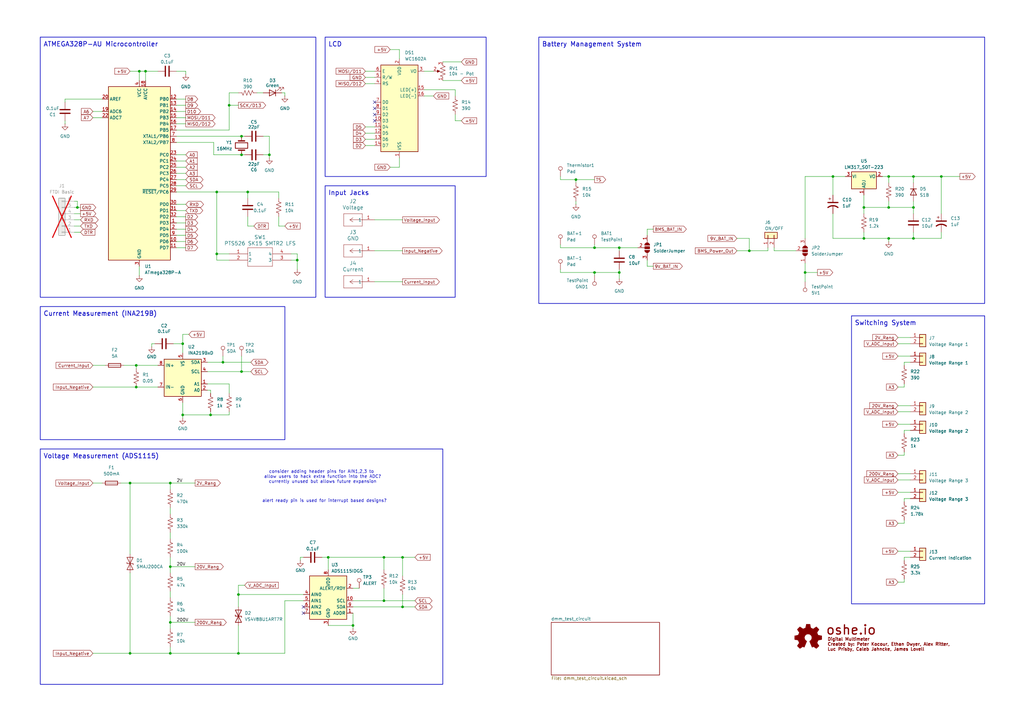
<source format=kicad_sch>
(kicad_sch (version 20250114) (generator "eeschema") (generator_version "9.0")
  (paper "A3")
  (title_block (title "Digital Multimeter") (date "2025-02-07") (rev "V1"))
  (rectangle (start 133.35 76.2) (end 186.69 121.92) (stroke (width 0.254)))
  (rectangle (start 349.25 129.54) (end 403.86 247.65) (stroke (width 0.254)))
  (rectangle (start 16.51 184.15) (end 181.61 280.67) (stroke (width 0.254)))
  (rectangle (start 220.98 15.24) (end 403.86 124.46) (stroke (width 0.254)))
  (rectangle (start 16.51 125.73) (end 116.84 180.34) (stroke (width 0.254)))
  (rectangle (start 133.35 15.24) (end 199.39 72.39) (stroke (width 0.254)))
  (rectangle (start 16.51 15.24) (end 129.54 121.92) (stroke (width 0.254)))
  (text "Digital Multimeter\nCreated by: Peter Kocour, Ethan Dwyer, Alex Ritter, \nLuc Prisby, Caleb Jahncke, James Lovell" (at 339.344 264.414 0) (effects (font (size 1.27 1.27) (bold yes)) (justify left)))
  (text "consider adding header pins for AIN1,2,3 to \nallow users to hack extra function into the ADC?\ncurrently unused but allows future expansion\n" (at 132.334 195.58 0) (effects (font (size 1.27 1.27))))
  (text "oshe.io" (at 338.582 258.572 0) (effects (font (size 3.81 3.81) (thickness 0.508) (bold yes)) (justify left)))
  (text "Switching System" (at 350.52 132.588 0) (effects (font (size 1.905 1.905) (thickness 0.254) (bold yes)) (justify left)))
  (text "Battery Management System" (at 222.25 18.288 0) (effects (font (size 1.905 1.905) (thickness 0.254) (bold yes)) (justify left)))
  (text "Current Measurement (INA219B)" (at 17.78 128.778 0) (effects (font (size 1.905 1.905) (thickness 0.254) (bold yes)) (justify left)))
  (text "Voltage Measurement (ADS1115)" (at 17.78 187.198 0) (effects (font (size 1.905 1.905) (thickness 0.254) (bold yes)) (justify left)))
  (text "LCD" (at 134.62 18.288 0) (effects (font (size 1.905 1.905) (thickness 0.254) (bold yes)) (justify left)))
  (text "Input Jacks" (at 134.62 79.248 0) (effects (font (size 1.905 1.905) (thickness 0.254) (bold yes)) (justify left)))
  (text "ATMEGA328P-AU Microcontroller" (at 17.78 18.288 0) (effects (font (size 1.905 1.905) (thickness 0.254) (bold yes)) (justify left)))
  (text "alert ready pin is used for interrupt based designs?" (at 133.096 205.486 0) (effects (font (size 1.27 1.27))))
  (junction (at 374.65 97.79))
  (junction (at 386.08 72.39))
  (junction (at 69.85 232.41))
  (junction (at 101.6 78.74))
  (junction (at 53.34 267.97))
  (junction (at 53.34 198.12))
  (junction (at 31.75 85.09))
  (junction (at 88.9 78.74))
  (junction (at 157.48 246.38))
  (junction (at 91.44 148.59))
  (junction (at 93.98 43.18))
  (junction (at 74.93 140.97))
  (junction (at 144.78 256.54))
  (junction (at 57.15 29.21))
  (junction (at 55.88 158.75))
  (junction (at 307.34 102.87))
  (junction (at 341.63 72.39))
  (junction (at 97.79 267.97))
  (junction (at 165.1 228.6))
  (junction (at 374.65 85.09))
  (junction (at 165.1 248.92))
  (junction (at 243.84 111.76))
  (junction (at 157.48 228.6))
  (junction (at 354.33 97.79))
  (junction (at 74.93 170.18))
  (junction (at 364.49 85.09))
  (junction (at 364.49 72.39))
  (junction (at 59.69 29.21))
  (junction (at 69.85 267.97))
  (junction (at 55.88 149.86))
  (junction (at 243.84 101.6))
  (junction (at 236.22 73.66))
  (junction (at 88.9 104.14))
  (junction (at 330.2 111.76))
  (junction (at 374.65 72.39))
  (junction (at 86.36 170.18))
  (junction (at 110.49 63.5))
  (junction (at 254 111.76))
  (junction (at 69.85 255.27))
  (junction (at 354.33 85.09))
  (junction (at 99.06 152.4))
  (junction (at 99.06 63.5))
  (junction (at 364.49 97.79))
  (junction (at 97.79 243.84))
  (junction (at 69.85 198.12))
  (junction (at 134.62 228.6))
  (junction (at 99.06 55.88))
  (junction (at 254 101.6))
  (junction (at 121.92 106.68))
  (no_connect (at 153.67 41.91))
  (no_connect (at 153.67 44.45))
  (no_connect (at 153.67 46.99))
  (no_connect (at 124.46 251.46))
  (no_connect (at 153.67 49.53))
  (no_connect (at 124.46 248.92))
  (wire (pts (xy 72.39 101.6) (xy 76.2 101.6)))
  (wire (pts (xy 57.15 29.21) (xy 59.69 29.21)))
  (wire (pts (xy 114.3 92.71) (xy 116.84 92.71)))
  (wire (pts (xy 121.92 104.14) (xy 119.38 104.14)))
  (wire (pts (xy 72.39 68.58) (xy 76.2 68.58)))
  (wire (pts (xy 149.86 57.15) (xy 153.67 57.15)))
  (wire (pts (xy 93.98 38.1) (xy 97.79 38.1)))
  (wire (pts (xy 91.44 146.05) (xy 91.44 148.59)))
  (wire (pts (xy 38.1 158.75) (xy 55.88 158.75)))
  (wire (pts (xy 307.34 102.87) (xy 314.96 102.87)))
  (wire (pts (xy 354.33 85.09) (xy 354.33 87.63)))
  (wire (pts (xy 368.3 166.37) (xy 373.38 166.37)))
  (wire (pts (xy 317.5 102.87) (xy 317.5 101.6)))
  (wire (pts (xy 370.84 214.63) (xy 370.84 213.36)))
  (wire (pts (xy 186.69 49.53) (xy 186.69 46.99)))
  (wire (pts (xy 243.84 111.76) (xy 254 111.76)))
  (wire (pts (xy 370.84 176.53) (xy 373.38 176.53)))
  (wire (pts (xy 243.84 101.6) (xy 254 101.6)))
  (wire (pts (xy 101.6 92.71) (xy 104.14 92.71)))
  (wire (pts (xy 99.06 63.5) (xy 100.33 63.5)))
  (wire (pts (xy 99.06 152.4) (xy 102.87 152.4)))
  (wire (pts (xy 370.84 238.76) (xy 370.84 237.49)))
  (wire (pts (xy 72.39 45.72) (xy 76.2 45.72)))
  (wire (pts (xy 31.75 82.55) (xy 31.75 85.09)))
  (wire (pts (xy 85.09 157.48) (xy 93.98 157.48)))
  (wire (pts (xy 114.3 78.74) (xy 114.3 81.28)))
  (wire (pts (xy 368.3 158.75) (xy 370.84 158.75)))
  (wire (pts (xy 368.3 168.91) (xy 373.38 168.91)))
  (wire (pts (xy 91.44 148.59) (xy 85.09 148.59)))
  (wire (pts (xy 354.33 85.09) (xy 364.49 85.09)))
  (wire (pts (xy 370.84 177.8) (xy 370.84 176.53)))
  (wire (pts (xy 132.08 228.6) (xy 134.62 228.6)))
  (wire (pts (xy 368.3 238.76) (xy 370.84 238.76)))
  (wire (pts (xy 153.67 102.87) (xy 165.1 102.87)))
  (wire (pts (xy 38.1 45.72) (xy 41.91 45.72)))
  (wire (pts (xy 69.85 267.97) (xy 97.79 267.97)))
  (wire (pts (xy 149.86 31.75) (xy 153.67 31.75)))
  (wire (pts (xy 368.3 138.43) (xy 373.38 138.43)))
  (wire (pts (xy 116.84 267.97) (xy 116.84 246.38)))
  (wire (pts (xy 53.34 267.97) (xy 69.85 267.97)))
  (wire (pts (xy 59.69 29.21) (xy 59.69 33.02)))
  (wire (pts (xy 307.34 97.79) (xy 307.34 102.87)))
  (wire (pts (xy 157.48 241.3) (xy 157.48 246.38)))
  (wire (pts (xy 88.9 78.74) (xy 88.9 104.14)))
  (wire (pts (xy 74.93 170.18) (xy 74.93 171.45)))
  (wire (pts (xy 370.84 204.47) (xy 373.38 204.47)))
  (wire (pts (xy 165.1 228.6) (xy 170.18 228.6)))
  (wire (pts (xy 354.33 80.01) (xy 354.33 85.09)))
  (wire (pts (xy 86.36 160.02) (xy 86.36 161.29)))
  (wire (pts (xy 144.78 246.38) (xy 157.48 246.38)))
  (wire (pts (xy 97.79 43.18) (xy 93.98 43.18)))
  (wire (pts (xy 110.49 63.5) (xy 107.95 63.5)))
  (wire (pts (xy 57.15 109.22) (xy 57.15 113.03)))
  (wire (pts (xy 53.34 234.95) (xy 53.34 267.97)))
  (wire (pts (xy 38.1 198.12) (xy 41.91 198.12)))
  (wire (pts (xy 364.49 97.79) (xy 364.49 99.06)))
  (wire (pts (xy 69.85 232.41) (xy 80.01 232.41)))
  (wire (pts (xy 330.2 72.39) (xy 341.63 72.39)))
  (wire (pts (xy 99.06 152.4) (xy 85.09 152.4)))
  (wire (pts (xy 374.65 95.25) (xy 374.65 97.79)))
  (wire (pts (xy 144.78 257.81) (xy 144.78 256.54)))
  (wire (pts (xy 364.49 85.09) (xy 364.49 82.55)))
  (wire (pts (xy 69.85 255.27) (xy 80.01 255.27)))
  (wire (pts (xy 55.88 149.86) (xy 64.77 149.86)))
  (wire (pts (xy 62.23 142.24) (xy 62.23 140.97)))
  (wire (pts (xy 149.86 59.69) (xy 153.67 59.69)))
  (wire (pts (xy 314.96 102.87) (xy 314.96 101.6)))
  (wire (pts (xy 364.49 72.39) (xy 374.65 72.39)))
  (wire (pts (xy 368.3 214.63) (xy 370.84 214.63)))
  (wire (pts (xy 55.88 158.75) (xy 64.77 158.75)))
  (wire (pts (xy 163.83 20.32) (xy 163.83 24.13)))
  (wire (pts (xy 38.1 267.97) (xy 53.34 267.97)))
  (wire (pts (xy 38.1 48.26) (xy 41.91 48.26)))
  (wire (pts (xy 72.39 76.2) (xy 76.2 76.2)))
  (wire (pts (xy 265.43 96.52) (xy 265.43 93.98)))
  (wire (pts (xy 374.65 72.39) (xy 386.08 72.39)))
  (wire (pts (xy 107.95 55.88) (xy 110.49 55.88)))
  (wire (pts (xy 370.84 158.75) (xy 370.84 157.48)))
  (wire (pts (xy 69.85 265.43) (xy 69.85 267.97)))
  (wire (pts (xy 157.48 246.38) (xy 170.18 246.38)))
  (wire (pts (xy 93.98 106.68) (xy 88.9 106.68)))
  (wire (pts (xy 368.3 146.05) (xy 373.38 146.05)))
  (wire (pts (xy 86.36 170.18) (xy 93.98 170.18)))
  (wire (pts (xy 99.06 55.88) (xy 100.33 55.88)))
  (wire (pts (xy 144.78 241.3) (xy 147.32 241.3)))
  (wire (pts (xy 30.48 82.55) (xy 31.75 82.55)))
  (wire (pts (xy 57.15 33.02) (xy 57.15 29.21)))
  (wire (pts (xy 134.62 228.6) (xy 157.48 228.6)))
  (wire (pts (xy 153.67 90.17) (xy 165.1 90.17)))
  (wire (pts (xy 69.85 232.41) (xy 69.85 234.95)))
  (wire (pts (xy 74.93 137.16) (xy 74.93 140.97)))
  (wire (pts (xy 370.84 205.74) (xy 370.84 204.47)))
  (wire (pts (xy 30.48 85.09) (xy 31.75 85.09)))
  (wire (pts (xy 72.39 88.9) (xy 76.2 88.9)))
  (wire (pts (xy 69.85 198.12) (xy 69.85 200.66)))
  (wire (pts (xy 116.84 38.1) (xy 115.57 38.1)))
  (wire (pts (xy 102.87 148.59) (xy 91.44 148.59)))
  (wire (pts (xy 254 111.76) (xy 254 114.3)))
  (wire (pts (xy 229.87 72.39) (xy 229.87 73.66)))
  (wire (pts (xy 72.39 83.82) (xy 76.2 83.82)))
  (wire (pts (xy 72.39 55.88) (xy 99.06 55.88)))
  (wire (pts (xy 38.1 149.86) (xy 43.18 149.86)))
  (wire (pts (xy 72.39 93.98) (xy 76.2 93.98)))
  (wire (pts (xy 186.69 49.53) (xy 189.23 49.53)))
  (wire (pts (xy 236.22 73.66) (xy 236.22 74.93)))
  (wire (pts (xy 123.19 228.6) (xy 123.19 229.87)))
  (wire (pts (xy 105.41 38.1) (xy 107.95 38.1)))
  (wire (pts (xy 30.48 95.25) (xy 33.02 95.25)))
  (wire (pts (xy 163.83 68.58) (xy 163.83 64.77)))
  (wire (pts (xy 265.43 106.68) (xy 265.43 109.22)))
  (wire (pts (xy 93.98 38.1) (xy 93.98 43.18)))
  (wire (pts (xy 69.85 208.28) (xy 69.85 210.82)))
  (wire (pts (xy 97.79 256.54) (xy 97.79 267.97)))
  (wire (pts (xy 72.39 96.52) (xy 76.2 96.52)))
  (wire (pts (xy 69.85 198.12) (xy 80.01 198.12)))
  (wire (pts (xy 229.87 73.66) (xy 236.22 73.66)))
  (wire (pts (xy 74.93 140.97) (xy 74.93 144.78)))
  (wire (pts (xy 368.3 196.85) (xy 373.38 196.85)))
  (wire (pts (xy 236.22 73.66) (xy 243.84 73.66)))
  (wire (pts (xy 76.2 29.21) (xy 76.2 30.48)))
  (wire (pts (xy 165.1 236.22) (xy 165.1 228.6)))
  (wire (pts (xy 173.99 39.37) (xy 177.8 39.37)))
  (wire (pts (xy 116.84 38.1) (xy 116.84 39.37)))
  (wire (pts (xy 124.46 228.6) (xy 123.19 228.6)))
  (wire (pts (xy 101.6 78.74) (xy 114.3 78.74)))
  (wire (pts (xy 254 101.6) (xy 261.62 101.6)))
  (wire (pts (xy 186.69 36.83) (xy 173.99 36.83)))
  (wire (pts (xy 31.75 85.09) (xy 33.02 85.09)))
  (wire (pts (xy 157.48 233.68) (xy 157.48 228.6)))
  (wire (pts (xy 55.88 149.86) (xy 55.88 151.13)))
  (wire (pts (xy 186.69 39.37) (xy 186.69 36.83)))
  (wire (pts (xy 354.33 95.25) (xy 354.33 97.79)))
  (wire (pts (xy 134.62 228.6) (xy 134.62 233.68)))
  (wire (pts (xy 374.65 72.39) (xy 374.65 74.93)))
  (wire (pts (xy 99.06 146.05) (xy 99.06 152.4)))
  (wire (pts (xy 341.63 72.39) (xy 341.63 80.01)))
  (wire (pts (xy 341.63 87.63) (xy 341.63 97.79)))
  (wire (pts (xy 374.65 97.79) (xy 386.08 97.79)))
  (wire (pts (xy 189.23 33.02) (xy 181.61 33.02)))
  (wire (pts (xy 49.53 198.12) (xy 53.34 198.12)))
  (wire (pts (xy 229.87 111.76) (xy 229.87 110.49)))
  (wire (pts (xy 72.39 78.74) (xy 88.9 78.74)))
  (wire (pts (xy 86.36 170.18) (xy 86.36 168.91)))
  (wire (pts (xy 88.9 104.14) (xy 93.98 104.14)))
  (wire (pts (xy 69.85 242.57) (xy 69.85 245.11)))
  (wire (pts (xy 254 110.49) (xy 254 111.76)))
  (wire (pts (xy 69.85 252.73) (xy 69.85 255.27)))
  (wire (pts (xy 97.79 240.03) (xy 97.79 243.84)))
  (wire (pts (xy 85.09 160.02) (xy 86.36 160.02)))
  (wire (pts (xy 101.6 88.9) (xy 101.6 92.71)))
  (wire (pts (xy 87.63 63.5) (xy 99.06 63.5)))
  (wire (pts (xy 72.39 71.12) (xy 76.2 71.12)))
  (wire (pts (xy 236.22 82.55) (xy 236.22 83.82)))
  (wire (pts (xy 41.91 40.64) (xy 26.67 40.64)))
  (wire (pts (xy 30.48 92.71) (xy 33.02 92.71)))
  (wire (pts (xy 330.2 107.95) (xy 330.2 111.76)))
  (wire (pts (xy 229.87 101.6) (xy 229.87 100.33)))
  (wire (pts (xy 330.2 97.79) (xy 330.2 72.39)))
  (wire (pts (xy 368.3 140.97) (xy 373.38 140.97)))
  (wire (pts (xy 72.39 99.06) (xy 76.2 99.06)))
  (wire (pts (xy 149.86 52.07) (xy 153.67 52.07)))
  (wire (pts (xy 370.84 148.59) (xy 373.38 148.59)))
  (wire (pts (xy 72.39 66.04) (xy 76.2 66.04)))
  (wire (pts (xy 364.49 85.09) (xy 374.65 85.09)))
  (wire (pts (xy 386.08 95.25) (xy 386.08 97.79)))
  (wire (pts (xy 243.84 111.76) (xy 243.84 113.03)))
  (wire (pts (xy 149.86 29.21) (xy 153.67 29.21)))
  (wire (pts (xy 364.49 72.39) (xy 364.49 74.93)))
  (wire (pts (xy 77.47 137.16) (xy 74.93 137.16)))
  (wire (pts (xy 93.98 168.91) (xy 93.98 170.18)))
  (wire (pts (xy 72.39 50.8) (xy 76.2 50.8)))
  (wire (pts (xy 53.34 198.12) (xy 69.85 198.12)))
  (wire (pts (xy 144.78 256.54) (xy 144.78 251.46)))
  (wire (pts (xy 374.65 85.09) (xy 374.65 82.55)))
  (wire (pts (xy 30.48 90.17) (xy 33.02 90.17)))
  (wire (pts (xy 144.78 248.92) (xy 165.1 248.92)))
  (wire (pts (xy 69.85 228.6) (xy 69.85 232.41)))
  (wire (pts (xy 302.26 97.79) (xy 307.34 97.79)))
  (wire (pts (xy 265.43 93.98) (xy 267.97 93.98)))
  (wire (pts (xy 160.02 68.58) (xy 163.83 68.58)))
  (wire (pts (xy 72.39 86.36) (xy 76.2 86.36)))
  (wire (pts (xy 88.9 78.74) (xy 101.6 78.74)))
  (wire (pts (xy 69.85 218.44) (xy 69.85 220.98)))
  (wire (pts (xy 149.86 54.61) (xy 153.67 54.61)))
  (wire (pts (xy 59.69 29.21) (xy 64.77 29.21)))
  (wire (pts (xy 189.23 25.4) (xy 181.61 25.4)))
  (wire (pts (xy 229.87 101.6) (xy 243.84 101.6)))
  (wire (pts (xy 265.43 109.22) (xy 267.97 109.22)))
  (wire (pts (xy 330.2 111.76) (xy 335.28 111.76)))
  (wire (pts (xy 93.98 43.18) (xy 93.98 53.34)))
  (wire (pts (xy 368.3 186.69) (xy 370.84 186.69)))
  (wire (pts (xy 370.84 186.69) (xy 370.84 185.42)))
  (wire (pts (xy 254 101.6) (xy 254 102.87)))
  (wire (pts (xy 74.93 170.18) (xy 86.36 170.18)))
  (wire (pts (xy 368.3 201.93) (xy 373.38 201.93)))
  (wire (pts (xy 386.08 72.39) (xy 393.7 72.39)))
  (wire (pts (xy 317.5 102.87) (xy 326.39 102.87)))
  (wire (pts (xy 71.12 140.97) (xy 74.93 140.97)))
  (wire (pts (xy 370.84 148.59) (xy 370.84 149.86)))
  (wire (pts (xy 69.85 255.27) (xy 69.85 257.81)))
  (wire (pts (xy 243.84 100.33) (xy 243.84 101.6)))
  (wire (pts (xy 368.3 173.99) (xy 373.38 173.99)))
  (wire (pts (xy 374.65 85.09) (xy 374.65 87.63)))
  (wire (pts (xy 116.84 246.38) (xy 124.46 246.38)))
  (wire (pts (xy 386.08 72.39) (xy 386.08 87.63)))
  (wire (pts (xy 72.39 48.26) (xy 76.2 48.26)))
  (wire (pts (xy 302.26 102.87) (xy 307.34 102.87)))
  (wire (pts (xy 121.92 106.68) (xy 119.38 106.68)))
  (wire (pts (xy 134.62 256.54) (xy 144.78 256.54)))
  (wire (pts (xy 93.98 157.48) (xy 93.98 161.29)))
  (wire (pts (xy 72.39 73.66) (xy 76.2 73.66)))
  (wire (pts (xy 229.87 111.76) (xy 243.84 111.76)))
  (wire (pts (xy 62.23 140.97) (xy 63.5 140.97)))
  (wire (pts (xy 114.3 88.9) (xy 114.3 92.71)))
  (wire (pts (xy 173.99 29.21) (xy 177.8 29.21)))
  (wire (pts (xy 97.79 267.97) (xy 116.84 267.97)))
  (wire (pts (xy 354.33 97.79) (xy 364.49 97.79)))
  (wire (pts (xy 26.67 40.64) (xy 26.67 41.91)))
  (wire (pts (xy 72.39 43.18) (xy 76.2 43.18)))
  (wire (pts (xy 72.39 40.64) (xy 76.2 40.64)))
  (wire (pts (xy 87.63 58.42) (xy 87.63 63.5)))
  (wire (pts (xy 72.39 29.21) (xy 76.2 29.21)))
  (wire (pts (xy 157.48 228.6) (xy 165.1 228.6)))
  (wire (pts (xy 50.8 149.86) (xy 55.88 149.86)))
  (wire (pts (xy 72.39 63.5) (xy 76.2 63.5)))
  (wire (pts (xy 153.67 115.57) (xy 165.1 115.57)))
  (wire (pts (xy 364.49 97.79) (xy 374.65 97.79)))
  (wire (pts (xy 370.84 229.87) (xy 370.84 228.6)))
  (wire (pts (xy 121.92 106.68) (xy 121.92 110.49)))
  (wire (pts (xy 165.1 243.84) (xy 165.1 248.92)))
  (wire (pts (xy 97.79 240.03) (xy 100.33 240.03)))
  (wire (pts (xy 97.79 243.84) (xy 97.79 248.92)))
  (wire (pts (xy 101.6 78.74) (xy 101.6 81.28)))
  (wire (pts (xy 88.9 104.14) (xy 88.9 106.68)))
  (wire (pts (xy 165.1 248.92) (xy 170.18 248.92)))
  (wire (pts (xy 341.63 97.79) (xy 354.33 97.79)))
  (wire (pts (xy 72.39 58.42) (xy 87.63 58.42)))
  (wire (pts (xy 370.84 228.6) (xy 373.38 228.6)))
  (wire (pts (xy 160.02 20.32) (xy 163.83 20.32)))
  (wire (pts (xy 97.79 243.84) (xy 124.46 243.84)))
  (wire (pts (xy 361.95 72.39) (xy 364.49 72.39)))
  (wire (pts (xy 53.34 29.21) (xy 57.15 29.21)))
  (wire (pts (xy 368.3 194.31) (xy 373.38 194.31)))
  (wire (pts (xy 368.3 226.06) (xy 373.38 226.06)))
  (wire (pts (xy 26.67 50.8) (xy 26.67 49.53)))
  (wire (pts (xy 74.93 165.1) (xy 74.93 170.18)))
  (wire (pts (xy 149.86 34.29) (xy 153.67 34.29)))
  (wire (pts (xy 110.49 64.77) (xy 110.49 63.5)))
  (wire (pts (xy 72.39 91.44) (xy 76.2 91.44)))
  (wire (pts (xy 330.2 111.76) (xy 330.2 115.57)))
  (wire (pts (xy 30.48 87.63) (xy 33.02 87.63)))
  (wire (pts (xy 110.49 55.88) (xy 110.49 63.5)))
  (wire (pts (xy 341.63 72.39) (xy 346.71 72.39)))
  (wire (pts (xy 53.34 198.12) (xy 53.34 227.33)))
  (wire (pts (xy 93.98 53.34) (xy 72.39 53.34)))
  (wire (pts (xy 121.92 104.14) (xy 121.92 106.68)))
  (label "2V" (at 72.39 198.12 0))
  (label "200V" (at 72.39 255.27 0))
  (label "20V" (at 72.39 232.41 0))
  (global_label "D5" (shape input) (at 149.86 52.07 180) (property "Intersheetrefs" "${INTERSHEET_REFS}" (effects (hide yes))))
  (global_label "GND" (shape input) (at 149.86 31.75 180) (property "Intersheetrefs" "${INTERSHEET_REFS}" (effects (hide yes))))
  (global_label "MOSI{slash}D11" (shape output) (at 76.2 48.26 0) (property "Intersheetrefs" "${INTERSHEET_REFS}" (effects (hide yes))))
  (global_label "Voltage_Input" (shape output) (at 165.1 90.17 0) (property "Intersheetrefs" "${INTERSHEET_REFS}" (effects (hide yes))))
  (global_label "V_ADC_Input" (shape input) (at 368.3 196.85 180) (property "Intersheetrefs" "${INTERSHEET_REFS}" (effects (hide yes))))
  (global_label "2V_Rang" (shape input) (at 368.3 138.43 180) (property "Intersheetrefs" "${INTERSHEET_REFS}" (effects (hide yes))))
  (global_label "+5V" (shape input) (at 170.18 228.6 0) (property "Intersheetrefs" "${INTERSHEET_REFS}" (effects (hide yes))))
  (global_label "A3" (shape input) (at 368.3 158.75 180) (property "Intersheetrefs" "${INTERSHEET_REFS}" (effects (hide yes))))
  (global_label "D7" (shape output) (at 76.2 101.6 0) (property "Intersheetrefs" "${INTERSHEET_REFS}" (effects (hide yes))))
  (global_label "RXD" (shape bidirectional) (at 76.2 83.82 0) (property "Intersheetrefs" "${INTERSHEET_REFS}" (effects (hide yes))))
  (global_label "+5V" (shape input) (at 368.3 201.93 180) (property "Intersheetrefs" "${INTERSHEET_REFS}" (effects (hide yes))))
  (global_label "D4" (shape output) (at 76.2 93.98 0) (property "Intersheetrefs" "${INTERSHEET_REFS}" (effects (hide yes))))
  (global_label "D4" (shape input) (at 149.86 54.61 180) (property "Intersheetrefs" "${INTERSHEET_REFS}" (effects (hide yes))))
  (global_label "D3" (shape input) (at 149.86 57.15 180) (property "Intersheetrefs" "${INTERSHEET_REFS}" (effects (hide yes))))
  (global_label "SCL" (shape bidirectional) (at 76.2 76.2 0) (property "Intersheetrefs" "${INTERSHEET_REFS}" (effects (hide yes))))
  (global_label "20V_Rang" (shape output) (at 80.01 232.41 0) (property "Intersheetrefs" "${INTERSHEET_REFS}" (effects (hide yes))))
  (global_label "20V_Rang" (shape input) (at 368.3 166.37 180) (property "Intersheetrefs" "${INTERSHEET_REFS}" (effects (hide yes))))
  (global_label "2V_Rang" (shape output) (at 80.01 198.12 0) (property "Intersheetrefs" "${INTERSHEET_REFS}" (effects (hide yes))))
  (global_label "SCK{slash}D13" (shape output) (at 97.79 43.18 0) (property "Intersheetrefs" "${INTERSHEET_REFS}" (effects (hide yes))))
  (global_label "+5V" (shape input) (at 368.3 146.05 180) (property "Intersheetrefs" "${INTERSHEET_REFS}" (effects (hide yes))))
  (global_label "SDA" (shape bidirectional) (at 76.2 73.66 0) (property "Intersheetrefs" "${INTERSHEET_REFS}" (effects (hide yes))))
  (global_label "V_ADC_Input" (shape input) (at 100.33 240.03 0) (property "Intersheetrefs" "${INTERSHEET_REFS}" (effects (hide yes))))
  (global_label "A0" (shape input) (at 76.2 63.5 0) (property "Intersheetrefs" "${INTERSHEET_REFS}" (effects (hide yes))))
  (global_label "GND" (shape input) (at 177.8 39.37 0) (property "Intersheetrefs" "${INTERSHEET_REFS}" (effects (hide yes))))
  (global_label "TXD" (shape bidirectional) (at 33.02 92.71 0) (property "Intersheetrefs" "${INTERSHEET_REFS}" (effects (hide yes))))
  (global_label "+5V" (shape input) (at 116.84 92.71 0) (property "Intersheetrefs" "${INTERSHEET_REFS}" (effects (hide yes))))
  (global_label "D10" (shape output) (at 76.2 45.72 0) (property "Intersheetrefs" "${INTERSHEET_REFS}" (effects (hide yes))))
  (global_label "MOSI{slash}D11" (shape input) (at 149.86 29.21 180) (property "Intersheetrefs" "${INTERSHEET_REFS}" (effects (hide yes))))
  (global_label "A1" (shape input) (at 76.2 66.04 0) (property "Intersheetrefs" "${INTERSHEET_REFS}" (effects (hide yes))))
  (global_label "A3" (shape input) (at 368.3 214.63 180) (property "Intersheetrefs" "${INTERSHEET_REFS}" (effects (hide yes))))
  (global_label "SDA" (shape bidirectional) (at 102.87 148.59 0) (property "Intersheetrefs" "${INTERSHEET_REFS}" (effects (hide yes))))
  (global_label "9V_BAT_IN" (shape output) (at 267.97 109.22 0) (property "Intersheetrefs" "${INTERSHEET_REFS}" (effects (hide yes))))
  (global_label "9V_BAT_IN" (shape input) (at 302.26 97.79 180) (property "Intersheetrefs" "${INTERSHEET_REFS}" (effects (hide yes))))
  (global_label "Voltage_Input" (shape input) (at 38.1 198.12 180) (property "Intersheetrefs" "${INTERSHEET_REFS}" (effects (hide yes))))
  (global_label "Input_Negative" (shape output) (at 165.1 102.87 0) (property "Intersheetrefs" "${INTERSHEET_REFS}" (effects (hide yes))))
  (global_label "SDA" (shape bidirectional) (at 170.18 248.92 0) (property "Intersheetrefs" "${INTERSHEET_REFS}" (effects (hide yes))))
  (global_label "GND" (shape input) (at 189.23 25.4 0) (property "Intersheetrefs" "${INTERSHEET_REFS}" (effects (hide yes))))
  (global_label "V_ADC_Input" (shape input) (at 368.3 140.97 180) (property "Intersheetrefs" "${INTERSHEET_REFS}" (effects (hide yes))))
  (global_label "MISO{slash}D12" (shape output) (at 76.2 50.8 0) (property "Intersheetrefs" "${INTERSHEET_REFS}" (effects (hide yes))))
  (global_label "A3" (shape input) (at 368.3 238.76 180) (property "Intersheetrefs" "${INTERSHEET_REFS}" (effects (hide yes))))
  (global_label "TXD" (shape bidirectional) (at 76.2 86.36 0) (property "Intersheetrefs" "${INTERSHEET_REFS}" (effects (hide yes))))
  (global_label "BMS_BAT_IN" (shape output) (at 267.97 93.98 0) (property "Intersheetrefs" "${INTERSHEET_REFS}" (effects (hide yes))))
  (global_label "MISO{slash}D12" (shape input) (at 149.86 34.29 180) (property "Intersheetrefs" "${INTERSHEET_REFS}" (effects (hide yes))))
  (global_label "SCL" (shape bidirectional) (at 102.87 152.4 0) (property "Intersheetrefs" "${INTERSHEET_REFS}" (effects (hide yes))))
  (global_label "200V_Rang" (shape output) (at 80.01 255.27 0) (property "Intersheetrefs" "${INTERSHEET_REFS}" (effects (hide yes))))
  (global_label "D6" (shape output) (at 76.2 99.06 0) (property "Intersheetrefs" "${INTERSHEET_REFS}" (effects (hide yes))))
  (global_label "+5V" (shape input) (at 189.23 49.53 0) (property "Intersheetrefs" "${INTERSHEET_REFS}" (effects (hide yes))))
  (global_label "+5V" (shape input) (at 77.47 137.16 0) (property "Intersheetrefs" "${INTERSHEET_REFS}" (effects (hide yes))))
  (global_label "A3" (shape input) (at 76.2 71.12 0) (property "Intersheetrefs" "${INTERSHEET_REFS}" (effects (hide yes))))
  (global_label "Current_Input" (shape input) (at 38.1 149.86 180) (property "Intersheetrefs" "${INTERSHEET_REFS}" (effects (hide yes))))
  (global_label "A7" (shape input) (at 38.1 48.26 180) (property "Intersheetrefs" "${INTERSHEET_REFS}" (effects (hide yes))))
  (global_label "DTR" (shape input) (at 33.02 95.25 0) (property "Intersheetrefs" "${INTERSHEET_REFS}" (effects (hide yes))))
  (global_label "A6" (shape input) (at 38.1 45.72 180) (property "Intersheetrefs" "${INTERSHEET_REFS}" (effects (hide yes))))
  (global_label "V_ADC_Input" (shape input) (at 368.3 168.91 180) (property "Intersheetrefs" "${INTERSHEET_REFS}" (effects (hide yes))))
  (global_label "+5V" (shape input) (at 368.3 173.99 180) (property "Intersheetrefs" "${INTERSHEET_REFS}" (effects (hide yes))))
  (global_label "+5V" (shape output) (at 33.02 87.63 0) (property "Intersheetrefs" "${INTERSHEET_REFS}" (effects (hide yes))))
  (global_label "+5V" (shape input) (at 189.23 33.02 0) (property "Intersheetrefs" "${INTERSHEET_REFS}" (effects (hide yes))))
  (global_label "A3" (shape input) (at 368.3 186.69 180) (property "Intersheetrefs" "${INTERSHEET_REFS}" (effects (hide yes))))
  (global_label "Current_Input" (shape output) (at 165.1 115.57 0) (property "Intersheetrefs" "${INTERSHEET_REFS}" (effects (hide yes))))
  (global_label "SCL" (shape bidirectional) (at 170.18 246.38 0) (property "Intersheetrefs" "${INTERSHEET_REFS}" (effects (hide yes))))
  (global_label "A2" (shape input) (at 76.2 68.58 0) (property "Intersheetrefs" "${INTERSHEET_REFS}" (effects (hide yes))))
  (global_label "Input_Negative" (shape input) (at 38.1 158.75 180) (property "Intersheetrefs" "${INTERSHEET_REFS}" (effects (hide yes))))
  (global_label "+5V" (shape input) (at 368.3 226.06 180) (property "Intersheetrefs" "${INTERSHEET_REFS}" (effects (hide yes))))
  (global_label "+5V" (shape input) (at 160.02 20.32 180) (property "Intersheetrefs" "${INTERSHEET_REFS}" (effects (hide yes))))
  (global_label "Input_Negative" (shape input) (at 38.1 267.97 180) (property "Intersheetrefs" "${INTERSHEET_REFS}" (effects (hide yes))))
  (global_label "D9" (shape output) (at 76.2 43.18 0) (property "Intersheetrefs" "${INTERSHEET_REFS}" (effects (hide yes))))
  (global_label "200V_Rang" (shape input) (at 368.3 194.31 180) (property "Intersheetrefs" "${INTERSHEET_REFS}" (effects (hide yes))))
  (global_label "D3" (shape output) (at 76.2 91.44 0) (property "Intersheetrefs" "${INTERSHEET_REFS}" (effects (hide yes))))
  (global_label "+5V" (shape input) (at 53.34 29.21 180) (property "Intersheetrefs" "${INTERSHEET_REFS}" (effects (hide yes))))
  (global_label "BMS_Power_Out" (shape input) (at 302.26 102.87 180) (property "Intersheetrefs" "${INTERSHEET_REFS}" (effects (hide yes))))
  (global_label "+5V" (shape output) (at 393.7 72.39 0) (property "Intersheetrefs" "${INTERSHEET_REFS}" (effects (hide yes))))
  (global_label "D2" (shape input) (at 149.86 59.69 180) (property "Intersheetrefs" "${INTERSHEET_REFS}" (effects (hide yes))))
  (global_label "+5V" (shape output) (at 335.28 111.76 0) (property "Intersheetrefs" "${INTERSHEET_REFS}" (effects (hide yes))))
  (global_label "GND" (shape input) (at 160.02 68.58 180) (property "Intersheetrefs" "${INTERSHEET_REFS}" (effects (hide yes))))
  (global_label "D2" (shape output) (at 76.2 88.9 0) (property "Intersheetrefs" "${INTERSHEET_REFS}" (effects (hide yes))))
  (global_label "D5" (shape output) (at 76.2 96.52 0) (property "Intersheetrefs" "${INTERSHEET_REFS}" (effects (hide yes))))
  (global_label "D8" (shape output) (at 76.2 40.64 0) (property "Intersheetrefs" "${INTERSHEET_REFS}" (effects (hide yes))))
  (global_label "TS" (shape output) (at 243.84 73.66 0) (property "Intersheetrefs" "${INTERSHEET_REFS}" (effects (hide yes))))
  (global_label "DTR" (shape input) (at 104.14 92.71 0) (property "Intersheetrefs" "${INTERSHEET_REFS}" (effects (hide yes))))
  (global_label "RXD" (shape bidirectional) (at 33.02 90.17 0) (property "Intersheetrefs" "${INTERSHEET_REFS}" (effects (hide yes))))
  (global_label "GND" (shape output) (at 33.02 85.09 0) (property "Intersheetrefs" "${INTERSHEET_REFS}" (effects (hide yes))))
  (symbol (lib_id "Jumper:SolderJumper_3_Open") (at 265.43 101.6 270) (unit 1) (exclude_from_sim yes) (in_bom no)
    (property "Reference" "JP1" (at 267.97 100.3299 90) (effects (justify left)))
    (property "Value" "SolderJumper" (at 267.97 102.8699 90) (effects (justify left)))
    (property "Footprint" "Jumper:SolderJumper-3_P1.3mm_Open_Pad1.0x1.5mm_NumberLabels" (effects (hide yes)))
    (property "Description" "Solder Jumper, 3-pole, open" (effects (hide yes)))
  )
  (symbol (lib_id "Connector_Generic:Conn_01x02") (at 378.46 194.31 0) (unit 1)
    (property "Reference" "J11" (at 381 194.564 0) (effects (justify left)))
    (property "Value" "Voltage Range 3" (at 381 197.104 0) (effects (justify left)))
    (property "Footprint" "Connector_PinHeader_2.54mm:PinHeader_1x02_P2.54mm_Vertical" (effects (hide yes)))
    (property "Description" "Generic connector, single row, 01x02, script generated (kicad-library-utils/schlib/autogen/connector/)" (effects (hide yes)))
  )
  (symbol (lib_id "Connector_Generic:Conn_01x02") (at 378.46 173.99 0) (unit 1)
    (property "Reference" "J10" (at 381 174.244 0) (effects (justify left)))
    (property "Value" "Voltage Range 2" (at 381 176.784 0) (effects (justify left)))
    (property "Footprint" "Connector_PinHeader_2.54mm:PinHeader_1x02_P2.54mm_Vertical" (effects (hide yes)))
    (property "Description" "Generic connector, single row, 01x02, script generated (kicad-library-utils/schlib/autogen/connector/)" (effects (hide yes)))
  )
  (symbol (lib_id "Connector_Generic:Conn_01x02") (at 378.46 146.05 0) (unit 1)
    (property "Reference" "J8" (at 381 146.304 0) (effects (justify left)))
    (property "Value" "Voltage Range 1" (at 381 148.844 0) (effects (justify left)))
    (property "Footprint" "Connector_PinHeader_2.54mm:PinHeader_1x02_P2.54mm_Vertical" (effects (hide yes)))
    (property "Description" "Generic connector, single row, 01x02, script generated (kicad-library-utils/schlib/autogen/connector/)" (effects (hide yes)))
  )
  (symbol (lib_id "Connector_Generic:Conn_01x06") (at 25.4 90.17 180) (unit 1) (dnp yes)
    (property "Reference" "J1" (at 25.4 76.2 0))
    (property "Value" "FTDI Basic" (at 25.4 78.74 0))
    (property "Footprint" "Connector_PinSocket_2.54mm:PinSocket_1x06_P2.54mm_Vertical" (effects (hide yes)))
    (property "Description" "Generic connector, single row, 01x06, script generated (kicad-library-utils/schlib/autogen/connector/)" (effects (hide yes)))
  )
  (symbol (lib_id "Connector:TestPoint") (at 243.84 100.33 0) (unit 1)
    (property "Reference" "BAT1" (at 246.38 95.7579 0) (effects (justify left)))
    (property "Value" "TestPoint" (at 246.38 98.2979 0) (effects (justify left)))
    (property "Footprint" "TestPoint:TestPoint_Keystone_5019_Minature" (effects (hide yes)))
    (property "Description" "test point" (effects (hide yes)))
  )
  (symbol (lib_id "Device:R_US") (at 69.85 261.62 0) (unit 1)
    (property "Reference" "R7" (at 72.39 260.3499 0) (effects (justify left)))
    (property "Value" "10k" (at 72.39 262.8899 0) (effects (justify left)))
    (property "Footprint" "Resistor_SMD:R_1206_3216Metric_Pad1.30x1.75mm_HandSolder" (effects (hide yes)))
    (property "Description" "Resistor, US symbol" (effects (hide yes)))
  )
  (symbol (lib_id "Device:C") (at 104.14 63.5 270) (mirror x) (unit 1)
    (property "Reference" "C6" (at 104.14 69.596 90))
    (property "Value" "22pF" (at 104.14 67.31 90))
    (property "Footprint" "Capacitor_SMD:C_1206_3216Metric_Pad1.33x1.80mm_HandSolder" (effects (hide yes)))
    (property "Description" "Unpolarized capacitor" (effects (hide yes)))
  )
  (symbol (lib_id "Connector:TestPoint") (at 330.2 115.57 0) (mirror x) (unit 1)
    (property "Reference" "5V1" (at 332.74 120.1421 0) (effects (justify left)))
    (property "Value" "TestPoint" (at 332.74 117.6021 0) (effects (justify left)))
    (property "Footprint" "TestPoint:TestPoint_Keystone_5019_Minature" (effects (hide yes)))
    (property "Description" "test point" (effects (hide yes)))
  )
  (symbol (lib_id "MCU_Microchip_ATmega:ATmega328P-A") (at 57.15 71.12 0) (unit 1)
    (property "Reference" "U1" (at 59.3441 109.22 0) (effects (justify left)))
    (property "Value" "ATmega328P-A" (at 59.3441 111.76 0) (effects (justify left)))
    (property "Footprint" "Package_QFP:TQFP-32_7x7mm_P0.8mm" (effects (hide yes)))
    (property "Datasheet" "http://ww1.microchip.com/downloads/en/DeviceDoc/ATmega328_P%20AVR%20MCU%20with%20picoPower%20Technology%20Data%20Sheet%2040001984A.pdf" (effects (hide yes)))
    (property "Description" "20MHz, 32kB Flash, 2kB SRAM, 1kB EEPROM, TQFP-32" (effects (hide yes)))
  )
  (symbol (lib_id "Device:Fuse") (at 46.99 149.86 90) (unit 1)
    (property "Reference" "F2" (at 46.99 143.51 90))
    (property "Value" "5A" (at 46.99 146.05 90))
    (property "Footprint" "DMM_Footprint_Library:FUSE_4628" (effects (hide yes)))
    (property "Description" "Fuse" (effects (hide yes)))
  )
  (symbol (lib_id "Device:C") (at 254 106.68 0) (mirror y) (unit 1)
    (property "Reference" "C8" (at 257.81 105.4099 0) (effects (justify right)))
    (property "Value" "10uF" (at 257.81 107.9499 0) (effects (justify right)))
    (property "Footprint" "Capacitor_SMD:C_1206_3216Metric_Pad1.33x1.80mm_HandSolder" (effects (hide yes)))
    (property "Description" "Unpolarized capacitor" (effects (hide yes)))
  )
  (symbol (lib_id "Device:C_Polarized_US") (at 341.63 83.82 0) (unit 1)
    (property "Reference" "C10" (at 345.44 81.9149 0) (effects (justify left)))
    (property "Value" "1uF" (at 345.44 84.4549 0) (effects (justify left)))
    (property "Footprint" "Capacitor_SMD:CP_Elec_4x4.5" (effects (hide yes)))
    (property "Description" "Polarized capacitor, US symbol" (effects (hide yes)))
  )
  (symbol (lib_id "power:GND") (at 110.49 64.77 0) (unit 1)
    (property "Reference" "#PWR06" (effects (hide yes)))
    (property "Value" "GND" (at 110.49 69.85 0))
    (property "Description" "Power symbol creates a global label with name \"GND\" , ground" (effects (hide yes)))
  )
  (symbol (lib_id "Sensor_Energy:INA219BxD") (at 74.93 154.94 0) (unit 1)
    (property "Reference" "U2" (at 77.1241 142.24 0) (effects (justify left)))
    (property "Value" "INA219BxD" (at 77.1241 144.78 0) (effects (justify left)))
    (property "Footprint" "Package_SO:SOIC-8_3.9x4.9mm_P1.27mm" (effects (hide yes)))
    (property "Datasheet" "http://www.ti.com/lit/ds/symlink/ina219.pdf" (effects (hide yes)))
    (property "Description" "Zero-Drift, HighAccuracy, Bidirectional Current/Power Monitor (0-26V) With I2C Interface, SOIC-8" (effects (hide yes)))
  )
  (symbol (lib_id "Diode:1N4002") (at 374.65 78.74 270) (unit 1)
    (property "Reference" "D5" (at 377.19 77.4699 90) (effects (justify left)))
    (property "Value" "S1B" (at 377.19 80.0099 90) (effects (justify left)))
    (property "Footprint" "Diode_SMD:D_SMA" (effects (hide yes)))
    (property "Datasheet" "http://www.vishay.com/docs/88503/1n4001.pdf" (effects (hide yes)))
    (property "Description" "100V 1A General Purpose Rectifier Diode, DO-41" (effects (hide yes)))
    (property "Sim.Device" "D" (effects (hide yes)))
    (property "Sim.Pins" "1=K 2=A" (effects (hide yes)))
  )
  (symbol (lib_id "Device:R_US") (at 370.84 181.61 180) (unit 1)
    (property "Reference" "R23" (at 373.38 180.3399 0) (effects (justify right)))
    (property "Value" "1k" (at 373.38 182.8799 0) (effects (justify right)))
    (property "Footprint" "Resistor_SMD:R_1206_3216Metric_Pad1.30x1.75mm_HandSolder" (effects (hide yes)))
    (property "Description" "Resistor, US symbol" (effects (hide yes)))
  )
  (symbol (lib_id "Device:R_Potentiometer_US") (at 181.61 29.21 180) (unit 1)
    (property "Reference" "RV1" (at 186.055 28.067 0))
    (property "Value" "10k - Pot" (at 189.23 30.226 0))
    (property "Footprint" "Potentiometer_THT:Potentiometer_Bourns_3266Y_Vertical" (effects (hide yes)))
    (property "Description" "Potentiometer, US symbol" (effects (hide yes)))
  )
  (symbol (lib_id "DMM_Symbol_Library:575-8") (at 153.67 102.87 180) (unit 1)
    (property "Reference" "J3" (at 144.78 95.25 0) (effects (font (size 1.524 1.524))))
    (property "Value" "GND" (at 144.78 97.79 0) (effects (font (size 1.524 1.524))))
    (property "Footprint" "DMM_Footprint_Library:CONN_575-8_KEY" (effects (hide yes)))
    (property "Datasheet" "575-8" (effects (hide yes)))
  )
  (symbol (lib_id "DMM_Symbol_Library:575-8") (at 153.67 90.17 180) (unit 1)
    (property "Reference" "J2" (at 144.78 82.55 0) (effects (font (size 1.524 1.524))))
    (property "Value" "Voltage" (at 144.78 85.09 0) (effects (font (size 1.524 1.524))))
    (property "Footprint" "DMM_Footprint_Library:CONN_575-8_KEY" (effects (hide yes)))
    (property "Datasheet" "575-8" (effects (hide yes)))
  )
  (symbol (lib_id "Graphic:Logo_Open_Hardware_Small") (at 331.47 261.62 0) (unit 1) (exclude_from_sim yes) (in_bom no) (on_board no)
    (property "Reference" "#SYM1" (effects (hide yes)))
    (property "Value" "Logo_Open_Hardware_Small" (effects (hide yes)))
    (property "Description" "Open Hardware logo, small" (effects (hide yes)))
  )
  (symbol (lib_id "power:GND") (at 254 114.3 0) (mirror y) (unit 1)
    (property "Reference" "#PWR012" (effects (hide yes)))
    (property "Value" "GND" (at 254 119.38 0))
    (property "Description" "Power symbol creates a global label with name \"GND\" , ground" (effects (hide yes)))
  )
  (symbol (lib_id "Analog_ADC:ADS1115IDGS") (at 134.62 246.38 0) (unit 1)
    (property "Reference" "U3" (at 135.89 231.648 0) (effects (justify left)))
    (property "Value" "ADS1115IDGS" (at 135.89 234.188 0) (effects (justify left)))
    (property "Footprint" "Package_SO:TSSOP-10_3x3mm_P0.5mm" (effects (hide yes)))
    (property "Datasheet" "http://www.ti.com/lit/ds/symlink/ads1113.pdf" (effects (hide yes)))
    (property "Description" "Ultra-Small, Low-Power, I2C-Compatible, 860-SPS, 16-Bit ADCs With Internal Reference, Oscillator, and Programmable Comparator, VSSOP-10" (effects (hide yes)))
  )
  (symbol (lib_id "Device:R_US") (at 55.88 154.94 0) (unit 1)
    (property "Reference" "R1" (at 58.42 153.6699 0) (effects (justify left)))
    (property "Value" "0.05" (at 58.42 156.2099 0) (effects (justify left)))
    (property "Footprint" "Resistor_SMD:R_2512_6332Metric_Pad1.40x3.35mm_HandSolder" (effects (hide yes)))
    (property "Description" "Resistor, US symbol" (effects (hide yes)))
  )
  (symbol (lib_id "Device:R_US") (at 69.85 204.47 0) (unit 1)
    (property "Reference" "R2" (at 72.39 203.1999 0) (effects (justify left)))
    (property "Value" "470k" (at 72.39 205.7399 0) (effects (justify left)))
    (property "Footprint" "Resistor_SMD:R_1206_3216Metric_Pad1.30x1.75mm_HandSolder" (effects (hide yes)))
    (property "Description" "Resistor, US symbol" (effects (hide yes)))
  )
  (symbol (lib_id "Connector_Generic:Conn_01x02") (at 378.46 226.06 0) (unit 1)
    (property "Reference" "J13" (at 381 226.314 0) (effects (justify left)))
    (property "Value" "Current Indication" (at 381 228.854 0) (effects (justify left)))
    (property "Footprint" "Connector_PinHeader_2.54mm:PinHeader_1x02_P2.54mm_Vertical" (effects (hide yes)))
    (property "Description" "Generic connector, single row, 01x02, script generated (kicad-library-utils/schlib/autogen/connector/)" (effects (hide yes)))
  )
  (symbol (lib_id "Device:R_US") (at 69.85 248.92 0) (unit 1)
    (property "Reference" "R6" (at 72.39 247.6499 0) (effects (justify left)))
    (property "Value" "43k" (at 72.39 250.1899 0) (effects (justify left)))
    (property "Footprint" "Resistor_SMD:R_1206_3216Metric_Pad1.30x1.75mm_HandSolder" (effects (hide yes)))
    (property "Description" "Resistor, US symbol" (effects (hide yes)))
  )
  (symbol (lib_id "power:GND") (at 26.67 50.8 0) (unit 1)
    (property "Reference" "#PWR01" (effects (hide yes)))
    (property "Value" "GND" (at 26.67 55.88 0))
    (property "Description" "Power symbol creates a global label with name \"GND\" , ground" (effects (hide yes)))
  )
  (symbol (lib_id "Device:C") (at 374.65 91.44 0) (unit 1)
    (property "Reference" "C12" (at 377.952 90.17 0) (effects (justify left)))
    (property "Value" "10uF" (at 377.952 92.71 0) (effects (justify left)))
    (property "Footprint" "Capacitor_SMD:C_1206_3216Metric_Pad1.33x1.80mm_HandSolder" (effects (hide yes)))
    (property "Description" "Unpolarized capacitor" (effects (hide yes)))
  )
  (symbol (lib_id "Device:C_Polarized_US") (at 386.08 91.44 0) (unit 1)
    (property "Reference" "C13" (at 389.89 89.5349 0) (effects (justify left)))
    (property "Value" "1uF" (at 389.89 92.0749 0) (effects (justify left)))
    (property "Footprint" "Capacitor_SMD:CP_Elec_4x4.5" (effects (hide yes)))
    (property "Description" "Polarized capacitor, US symbol" (effects (hide yes)))
  )
  (symbol (lib_id "Connector_Generic:Conn_01x02") (at 378.46 201.93 0) (unit 1)
    (property "Reference" "J12" (at 381 202.184 0) (effects (justify left)))
    (property "Value" "Voltage Range 3" (at 381 204.724 0) (effects (justify left)))
    (property "Footprint" "Connector_PinHeader_2.54mm:PinHeader_1x02_P2.54mm_Vertical" (effects (hide yes)))
    (property "Description" "Generic connector, single row, 01x02, script generated (kicad-library-utils/schlib/autogen/connector/)" (effects (hide yes)))
  )
  (symbol (lib_id "power:GND") (at 74.93 171.45 0) (unit 1)
    (property "Reference" "#PWR04" (effects (hide yes)))
    (property "Value" "GND" (at 74.93 175.768 0))
    (property "Description" "Power symbol creates a global label with name \"GND\" , ground" (effects (hide yes)))
  )
  (symbol (lib_id "Device:C") (at 101.6 85.09 0) (mirror y) (unit 1)
    (property "Reference" "C4" (at 106.68 83.82 0))
    (property "Value" "0.1uF" (at 106.68 86.36 0))
    (property "Footprint" "Capacitor_SMD:C_1206_3216Metric_Pad1.33x1.80mm_HandSolder" (effects (hide yes)))
    (property "Description" "Unpolarized capacitor" (effects (hide yes)))
  )
  (symbol (lib_id "Device:R_US") (at 114.3 85.09 0) (unit 1)
    (property "Reference" "R11" (at 116.84 83.8199 0) (effects (justify left)))
    (property "Value" "10k" (at 116.84 86.3599 0) (effects (justify left)))
    (property "Footprint" "Resistor_SMD:R_1206_3216Metric_Pad1.30x1.75mm_HandSolder" (effects (hide yes)))
    (property "Description" "Resistor, US symbol" (effects (hide yes)))
  )
  (symbol (lib_id "DMM_Symbol_Library:575-8") (at 153.67 115.57 180) (unit 1)
    (property "Reference" "J4" (at 144.78 107.95 0) (effects (font (size 1.524 1.524))))
    (property "Value" "Current" (at 144.78 110.49 0) (effects (font (size 1.524 1.524))))
    (property "Footprint" "DMM_Footprint_Library:CONN_575-8_KEY" (effects (hide yes)))
    (property "Datasheet" "575-8" (effects (hide yes)))
  )
  (symbol (lib_name "R_US_1") (lib_id "Device:R_US") (at 186.69 43.18 180) (unit 1)
    (property "Reference" "R14" (at 189.23 41.9099 0) (effects (justify right)))
    (property "Value" "390" (at 189.23 44.4499 0) (effects (justify right)))
    (property "Footprint" "Resistor_SMD:R_1206_3216Metric_Pad1.30x1.75mm_HandSolder" (effects (hide yes)))
    (property "Description" "Resistor, US symbol" (effects (hide yes)))
  )
  (symbol (lib_id "Device:R_US") (at 69.85 224.79 0) (unit 1)
    (property "Reference" "R4" (at 72.39 223.5199 0) (effects (justify left)))
    (property "Value" "100k" (at 72.39 226.0599 0) (effects (justify left)))
    (property "Footprint" "Resistor_SMD:R_1206_3216Metric_Pad1.30x1.75mm_HandSolder" (effects (hide yes)))
    (property "Description" "Resistor, US symbol" (effects (hide yes)))
  )
  (symbol (lib_id "Device:C") (at 128.27 228.6 90) (unit 1)
    (property "Reference" "C7" (at 128.27 222.504 90))
    (property "Value" "0.1uF" (at 128.27 225.044 90))
    (property "Footprint" "Capacitor_SMD:C_1206_3216Metric_Pad1.33x1.80mm_HandSolder" (effects (hide yes)))
    (property "Description" "Unpolarized capacitor" (effects (hide yes)))
  )
  (symbol (lib_id "Device:R_US") (at 93.98 165.1 180) (unit 1)
    (property "Reference" "R9" (at 96.52 163.8299 0) (effects (justify right)))
    (property "Value" "1k" (at 96.52 166.3699 0) (effects (justify right)))
    (property "Footprint" "Resistor_SMD:R_1206_3216Metric_Pad1.30x1.75mm_HandSolder" (effects (hide yes)))
    (property "Description" "Resistor, US symbol" (effects (hide yes)))
  )
  (symbol (lib_id "Connector:TestPoint") (at 243.84 113.03 180) (unit 1)
    (property "Reference" "GND1" (at 241.3 117.6021 0) (effects (justify left)))
    (property "Value" "TestPoint" (at 241.3 115.0621 0) (effects (justify left)))
    (property "Footprint" "TestPoint:TestPoint_Keystone_5019_Minature" (effects (hide yes)))
    (property "Description" "test point" (effects (hide yes)))
  )
  (symbol (lib_id "power:GND") (at 76.2 30.48 0) (unit 1)
    (property "Reference" "#PWR05" (effects (hide yes)))
    (property "Value" "GND" (at 76.2 35.56 0))
    (property "Description" "Power symbol creates a global label with name \"GND\" , ground" (effects (hide yes)))
  )
  (symbol (lib_id "Connector:TestPoint") (at 99.06 146.05 0) (unit 1)
    (property "Reference" "TP2" (at 100.584 141.478 0) (effects (justify left)))
    (property "Value" "SDA" (at 100.584 144.018 0) (effects (justify left)))
    (property "Footprint" "TestPoint:TestPoint_Keystone_5019_Minature" (effects (hide yes)))
    (property "Description" "test point" (effects (hide yes)))
  )
  (symbol (lib_id "power:GND") (at 121.92 110.49 0) (unit 1)
    (property "Reference" "#PWR08" (effects (hide yes)))
    (property "Value" "GND" (at 121.92 115.57 0))
    (property "Description" "Power symbol creates a global label with name \"GND\" , ground" (effects (hide yes)))
  )
  (symbol (lib_id "Connector_Generic:Conn_01x02") (at 314.96 96.52 90) (unit 1)
    (property "Reference" "J6" (at 313.69 91.186 90) (effects (justify right)))
    (property "Value" "ON/OFF" (at 313.69 93.726 90) (effects (justify right)))
    (property "Footprint" "Connector_PinHeader_2.54mm:PinHeader_1x02_P2.54mm_Vertical" (effects (hide yes)))
    (property "Description" "Generic connector, single row, 01x02, script generated (kicad-library-utils/schlib/autogen/connector/)" (effects (hide yes)))
  )
  (symbol (lib_id "Jumper:SolderJumper_3_Open") (at 330.2 102.87 270) (mirror x) (unit 1) (exclude_from_sim yes) (in_bom no)
    (property "Reference" "JP2" (at 332.74 101.5999 90) (effects (justify left)))
    (property "Value" "SolderJumper" (at 332.74 104.1399 90) (effects (justify left)))
    (property "Footprint" "Jumper:SolderJumper-3_P1.3mm_Open_Pad1.0x1.5mm_NumberLabels" (effects (hide yes)))
    (property "Description" "Solder Jumper, 3-pole, open" (effects (hide yes)))
  )
  (symbol (lib_id "Device:R_US") (at 370.84 233.68 180) (unit 1)
    (property "Reference" "R25" (at 373.38 232.4099 0) (effects (justify right)))
    (property "Value" "3.3k" (at 373.38 234.9499 0) (effects (justify right)))
    (property "Footprint" "Resistor_SMD:R_1206_3216Metric_Pad1.30x1.75mm_HandSolder" (effects (hide yes)))
    (property "Description" "Resistor, US symbol" (effects (hide yes)))
  )
  (symbol (lib_id "Device:R_US") (at 364.49 78.74 0) (unit 1)
    (property "Reference" "R20" (at 367.03 77.4699 0) (effects (justify left)))
    (property "Value" "390" (at 367.03 80.0099 0) (effects (justify left)))
    (property "Footprint" "Resistor_SMD:R_1206_3216Metric_Pad1.30x1.75mm_HandSolder" (effects (hide yes)))
    (property "Description" "Resistor, US symbol" (effects (hide yes)))
  )
  (symbol (lib_id "power:GND") (at 123.19 229.87 0) (unit 1)
    (property "Reference" "#PWR09" (effects (hide yes)))
    (property "Value" "GND" (at 123.19 233.934 0))
    (property "Description" "Power symbol creates a global label with name \"GND\" , ground" (effects (hide yes)))
  )
  (symbol (lib_id "Connector:TestPoint") (at 229.87 72.39 0) (mirror y) (unit 1)
    (property "Reference" "Thermistor1" (at 232.41 67.8179 0) (effects (justify right)))
    (property "Value" "Pad" (at 232.41 70.3579 0) (effects (justify right)))
    (property "Footprint" "TestPoint:TestPoint_THTPad_D4.0mm_Drill2.0mm" (effects (hide yes)))
    (property "Description" "test point" (effects (hide yes)))
  )
  (symbol (lib_id "Device:C") (at 104.14 55.88 90) (unit 1)
    (property "Reference" "C5" (at 104.14 50.038 90))
    (property "Value" "22pF" (at 104.14 52.07 90))
    (property "Footprint" "Capacitor_SMD:C_1206_3216Metric_Pad1.33x1.80mm_HandSolder" (effects (hide yes)))
    (property "Description" "Unpolarized capacitor" (effects (hide yes)))
  )
  (symbol (lib_id "Device:R_US") (at 236.22 78.74 0) (unit 1)
    (property "Reference" "R15" (at 238.76 77.4699 0) (effects (justify left)))
    (property "Value" "10k" (at 238.76 80.0099 0) (effects (justify left)))
    (property "Footprint" "Resistor_SMD:R_1206_3216Metric_Pad1.30x1.75mm_HandSolder" (effects (hide yes)))
    (property "Description" "Resistor, US symbol" (effects (hide yes)))
  )
  (symbol (lib_id "Device:C") (at 67.31 140.97 90) (unit 1)
    (property "Reference" "C2" (at 67.31 133.604 90))
    (property "Value" "0.1uF" (at 67.31 135.89 90))
    (property "Footprint" "Capacitor_SMD:C_1206_3216Metric_Pad1.33x1.80mm_HandSolder" (effects (hide yes)))
    (property "Description" "Unpolarized capacitor" (effects (hide yes)))
  )
  (symbol (lib_id "Device:D_TVS") (at 97.79 252.73 90) (unit 1)
    (property "Reference" "D2" (at 100.33 251.4599 90) (effects (justify right)))
    (property "Value" "VS4V8BU1ART7R" (at 100.33 253.9999 90) (effects (justify right)))
    (property "Footprint" "Diode_SMD:D_0805_2012Metric_Pad1.15x1.40mm_HandSolder" (effects (hide yes)))
    (property "Description" "Bidirectional transient-voltage-suppression diode" (effects (hide yes)))
  )
  (symbol (lib_id "Device:R_US") (at 370.84 209.55 180) (unit 1)
    (property "Reference" "R24" (at 373.38 208.2799 0) (effects (justify right)))
    (property "Value" "1.78k" (at 373.38 210.8199 0) (effects (justify right)))
    (property "Footprint" "Resistor_SMD:R_1206_3216Metric_Pad1.30x1.75mm_HandSolder" (effects (hide yes)))
    (property "Description" "Resistor, US symbol" (effects (hide yes)))
  )
  (symbol (lib_id "Device:R_US") (at 69.85 214.63 0) (unit 1)
    (property "Reference" "R3" (at 72.39 213.3599 0) (effects (justify left)))
    (property "Value" "330k" (at 72.39 215.8999 0) (effects (justify left)))
    (property "Footprint" "Resistor_SMD:R_1206_3216Metric_Pad1.30x1.75mm_HandSolder" (effects (hide yes)))
    (property "Description" "Resistor, US symbol" (effects (hide yes)))
  )
  (symbol (lib_id "Connector_Generic:Conn_01x02") (at 378.46 166.37 0) (unit 1)
    (property "Reference" "J9" (at 381 166.624 0) (effects (justify left)))
    (property "Value" "Voltage Range 2" (at 381 169.164 0) (effects (justify left)))
    (property "Footprint" "Connector_PinHeader_2.54mm:PinHeader_1x02_P2.54mm_Vertical" (effects (hide yes)))
    (property "Description" "Generic connector, single row, 01x02, script generated (kicad-library-utils/schlib/autogen/connector/)" (effects (hide yes)))
  )
  (symbol (lib_id "Device:R_US") (at 354.33 91.44 0) (unit 1)
    (property "Reference" "R19" (at 356.362 90.17 0) (effects (justify left)))
    (property "Value" "1.2k" (at 356.362 92.71 0) (effects (justify left)))
    (property "Footprint" "Resistor_SMD:R_1206_3216Metric_Pad1.30x1.75mm_HandSolder" (effects (hide yes)))
    (property "Description" "Resistor, US symbol" (effects (hide yes)))
  )
  (symbol (lib_id "power:GND") (at 236.22 83.82 0) (unit 1)
    (property "Reference" "#PWR011" (effects (hide yes)))
    (property "Value" "GND" (at 236.22 88.9 0))
    (property "Description" "Power symbol creates a global label with name \"GND\" , ground" (effects (hide yes)))
  )
  (symbol (lib_id "Device:Crystal") (at 99.06 59.69 270) (mirror x) (unit 1)
    (property "Reference" "Y1" (at 95.25 58.4199 90) (effects (justify right)))
    (property "Value" "16MHz" (at 95.25 60.9599 90) (effects (justify right)))
    (property "Footprint" "Crystal:Crystal_HC49-U_Vertical" (effects (hide yes)))
    (property "Description" "Two pin crystal" (effects (hide yes)))
  )
  (symbol (lib_id "power:GND") (at 144.78 257.81 0) (unit 1)
    (property "Reference" "#PWR010" (effects (hide yes)))
    (property "Value" "GND" (at 144.78 261.874 0))
    (property "Description" "Power symbol creates a global label with name \"GND\" , ground" (effects (hide yes)))
  )
  (symbol (lib_id "power:GND") (at 57.15 113.03 0) (unit 1)
    (property "Reference" "#PWR02" (effects (hide yes)))
    (property "Value" "GND" (at 57.15 118.11 0))
    (property "Description" "Power symbol creates a global label with name \"GND\" , ground" (effects (hide yes)))
  )
  (symbol (lib_id "Device:R_US") (at 101.6 38.1 270) (mirror x) (unit 1)
    (property "Reference" "R10" (at 101.6 33.02 90))
    (property "Value" "390" (at 101.6 35.56 90))
    (property "Footprint" "Resistor_SMD:R_1206_3216Metric_Pad1.30x1.75mm_HandSolder" (effects (hide yes)))
    (property "Description" "Resistor, US symbol" (effects (hide yes)))
  )
  (symbol (lib_id "Device:Fuse") (at 45.72 198.12 90) (unit 1)
    (property "Reference" "F1" (at 45.72 191.77 90))
    (property "Value" "500mA" (at 45.72 194.31 90))
    (property "Footprint" "DMM_Footprint_Library:FUSE_4628" (effects (hide yes)))
    (property "Description" "Fuse" (effects (hide yes)))
  )
  (symbol (lib_id "Diode:SMAJ200CA") (at 53.34 231.14 270) (unit 1)
    (property "Reference" "D1" (at 55.88 229.8699 90) (effects (justify left)))
    (property "Value" "SMAJ200CA" (at 55.88 232.4099 90) (effects (justify left)))
    (property "Footprint" "Diode_SMD:D_SMA" (effects (hide yes)))
    (property "Datasheet" "https://www.littelfuse.com/media?resourcetype=datasheets&itemid=75e32973-b177-4ee3-a0ff-cedaf1abdb93&filename=smaj-datasheet" (effects (hide yes)))
    (property "Description" "400W bidirectional Transient Voltage Suppressor, 200.0Vr, SMA(DO-214AC)" (effects (hide yes)))
  )
  (symbol (lib_id "power:GND") (at 116.84 39.37 0) (unit 1)
    (property "Reference" "#PWR07" (effects (hide yes)))
    (property "Value" "GND" (at 116.84 44.45 0))
    (property "Description" "Power symbol creates a global label with name \"GND\" , ground" (effects (hide yes)))
  )
  (symbol (lib_id "Device:C") (at 68.58 29.21 90) (mirror x) (unit 1)
    (property "Reference" "C3" (at 68.58 22.86 90))
    (property "Value" "0.1uF" (at 68.58 25.4 90))
    (property "Footprint" "Capacitor_SMD:C_1206_3216Metric_Pad1.33x1.80mm_HandSolder" (effects (hide yes)))
    (property "Description" "Unpolarized capacitor" (effects (hide yes)))
  )
  (symbol (lib_id "power:GND") (at 62.23 142.24 0) (mirror y) (unit 1)
    (property "Reference" "#PWR03" (effects (hide yes)))
    (property "Value" "GND" (at 64.262 146.304 0) (effects (justify left)))
    (property "Description" "Power symbol creates a global label with name \"GND\" , ground" (effects (hide yes)))
  )
  (symbol (lib_id "Device:R_US") (at 157.48 237.49 0) (unit 1)
    (property "Reference" "R12" (at 159.512 236.22 0) (effects (justify left)))
    (property "Value" "10k" (at 159.512 238.76 0) (effects (justify left)))
    (property "Footprint" "Resistor_SMD:R_1206_3216Metric_Pad1.30x1.75mm_HandSolder" (effects (hide yes)))
    (property "Description" "Resistor, US symbol" (effects (hide yes)))
  )
  (symbol (lib_id "Display_Character:WC1602A") (at 163.83 44.45 0) (unit 1)
    (property "Reference" "DS1" (at 166.0241 21.59 0) (effects (justify left)))
    (property "Value" "WC1602A" (at 166.0241 24.13 0) (effects (justify left)))
    (property "Footprint" "Display:WC1602A" (effects (hide yes)))
    (property "Datasheet" "http://www.wincomlcd.com/pdf/WC1602A-SFYLYHTC06.pdf" (effects (hide yes)))
    (property "Description" "LCD 16x2 Alphanumeric , 8 bit parallel bus, 5V VDD" (effects (hide yes)))
  )
  (symbol (lib_id "Connector:TestPoint") (at 229.87 110.49 0) (mirror y) (unit 1)
    (property "Reference" "BAT-1" (at 232.41 105.9179 0) (effects (justify right)))
    (property "Value" "Pad" (at 232.41 108.4579 0) (effects (justify right)))
    (property "Footprint" "TestPoint:TestPoint_THTPad_D4.0mm_Drill2.0mm" (effects (hide yes)))
    (property "Description" "test point" (effects (hide yes)))
  )
  (symbol (lib_id "DMM_Symbol_Library:PTS526_SK15_SMTR2_LFS") (at 86.36 104.14 0) (unit 1)
    (property "Reference" "SW1" (at 106.68 97.282 0) (effects (font (size 1.524 1.524))))
    (property "Value" "PTS526 SK15 SMTR2 LFS" (at 106.68 99.822 0) (effects (font (size 1.524 1.524))))
    (property "Footprint" "DMM_Footprint_Library:SMT_FS" (effects (hide yes)))
    (property "Datasheet" "PTS526 SK15 SMTR2 LFS" (effects (hide yes)))
  )
  (symbol (lib_id "Connector_Generic:Conn_01x02") (at 378.46 138.43 0) (unit 1)
    (property "Reference" "J7" (at 381 138.684 0) (effects (justify left)))
    (property "Value" "Voltage Range 1" (at 381 141.224 0) (effects (justify left)))
    (property "Footprint" "Connector_PinHeader_2.54mm:PinHeader_1x02_P2.54mm_Vertical" (effects (hide yes)))
    (property "Description" "Generic connector, single row, 01x02, script generated (kicad-library-utils/schlib/autogen/connector/)" (effects (hide yes)))
  )
  (symbol (lib_id "Connector:TestPoint") (at 229.87 100.33 0) (mirror y) (unit 1)
    (property "Reference" "BAT+1" (at 232.41 95.7579 0) (effects (justify right)))
    (property "Value" "Pad" (at 232.41 98.2979 0) (effects (justify right)))
    (property "Footprint" "TestPoint:TestPoint_THTPad_D4.0mm_Drill2.0mm" (effects (hide yes)))
    (property "Description" "test point" (effects (hide yes)))
  )
  (symbol (lib_id "Device:R_US") (at 86.36 165.1 180) (unit 1)
    (property "Reference" "R8" (at 88.9 163.8299 0) (effects (justify right)))
    (property "Value" "1k" (at 88.9 166.3699 0) (effects (justify right)))
    (property "Footprint" "Resistor_SMD:R_1206_3216Metric_Pad1.30x1.75mm_HandSolder" (effects (hide yes)))
    (property "Description" "Resistor, US symbol" (effects (hide yes)))
  )
  (symbol (lib_id "Connector:TestPoint") (at 91.44 146.05 0) (unit 1)
    (property "Reference" "TP1" (at 92.964 141.478 0) (effects (justify left)))
    (property "Value" "SDA" (at 92.964 144.018 0) (effects (justify left)))
    (property "Footprint" "TestPoint:TestPoint_Keystone_5019_Minature" (effects (hide yes)))
    (property "Description" "test point" (effects (hide yes)))
  )
  (symbol (lib_id "Connector:TestPoint") (at 147.32 241.3 0) (unit 1)
    (property "Reference" "TP3" (at 148.844 236.728 0) (effects (justify left)))
    (property "Value" "ALERT" (at 148.844 239.268 0) (effects (justify left)))
    (property "Footprint" "TestPoint:TestPoint_Keystone_5019_Minature" (effects (hide yes)))
    (property "Description" "test point" (effects (hide yes)))
  )
  (symbol (lib_id "Regulator_Linear:LM317_SOT-223") (at 354.33 72.39 0) (unit 1)
    (property "Reference" "U5" (at 354.33 66.04 0))
    (property "Value" "LM317_SOT-223" (at 354.33 68.58 0))
    (property "Footprint" "Package_TO_SOT_SMD:SOT-223-3_TabPin2" (effects (hide yes)))
    (property "Datasheet" "http://www.ti.com/lit/ds/symlink/lm317.pdf" (effects (hide yes)))
    (property "Description" "1.5A 35V Adjustable Linear Regulator, SOT-223" (effects (hide yes)))
  )
  (symbol (lib_id "Device:C") (at 26.67 45.72 0) (mirror x) (unit 1)
    (property "Reference" "C1" (at 21.59 46.99 0))
    (property "Value" "0.1uF" (at 21.59 44.45 0))
    (property "Footprint" "Capacitor_SMD:C_1206_3216Metric_Pad1.33x1.80mm_HandSolder" (effects (hide yes)))
    (property "Description" "Unpolarized capacitor" (effects (hide yes)))
  )
  (symbol (lib_id "power:GND") (at 364.49 99.06 0) (unit 1)
    (property "Reference" "#PWR016" (effects (hide yes)))
    (property "Value" "GND" (at 364.49 104.14 0))
    (property "Description" "Power symbol creates a global label with name \"GND\" , ground" (effects (hide yes)))
  )
  (symbol (lib_id "Device:LED") (at 111.76 38.1 180) (unit 1)
    (property "Reference" "D3" (at 111.76 33.02 0))
    (property "Value" "Green" (at 111.76 35.052 0))
    (property "Footprint" "LED_SMD:LED_1206_3216Metric_Pad1.42x1.75mm_HandSolder" (effects (hide yes)))
    (property "Description" "Light emitting diode" (effects (hide yes)))
  )
  (symbol (lib_id "Device:R_US") (at 370.84 153.67 180) (unit 1)
    (property "Reference" "R22" (at 373.38 152.3999 0) (effects (justify right)))
    (property "Value" "390" (at 373.38 154.9399 0) (effects (justify right)))
    (property "Footprint" "Resistor_SMD:R_1206_3216Metric_Pad1.30x1.75mm_HandSolder" (effects (hide yes)))
    (property "Description" "Resistor, US symbol" (effects (hide yes)))
  )
  (symbol (lib_id "Device:R_US") (at 69.85 238.76 0) (unit 1)
    (property "Reference" "R5" (at 72.39 237.4899 0) (effects (justify left)))
    (property "Value" "47k" (at 72.39 240.0299 0) (effects (justify left)))
    (property "Footprint" "Resistor_SMD:R_1206_3216Metric_Pad1.30x1.75mm_HandSolder" (effects (hide yes)))
    (property "Description" "Resistor, US symbol" (effects (hide yes)))
  )
  (symbol (lib_id "Device:R_US") (at 165.1 240.03 0) (unit 1)
    (property "Reference" "R13" (at 167.132 238.76 0) (effects (justify left)))
    (property "Value" "10k" (at 167.132 241.3 0) (effects (justify left)))
    (property "Footprint" "Resistor_SMD:R_1206_3216Metric_Pad1.30x1.75mm_HandSolder" (effects (hide yes)))
    (property "Description" "Resistor, US symbol" (effects (hide yes)))
  )
  (sheet (at 226.06 255.27) (size 44.45 21.59) (stroke (width 0.1524))
    (property "Sheetname" "dmm_test_circuit" (at 226.06 254.5584 0) (effects (justify left bottom)))
    (property "Sheetfile" "dmm_test_circuit.kicad_sch" (at 226.06 277.4446 0) (effects (justify left top)))
  )
)
</source>
